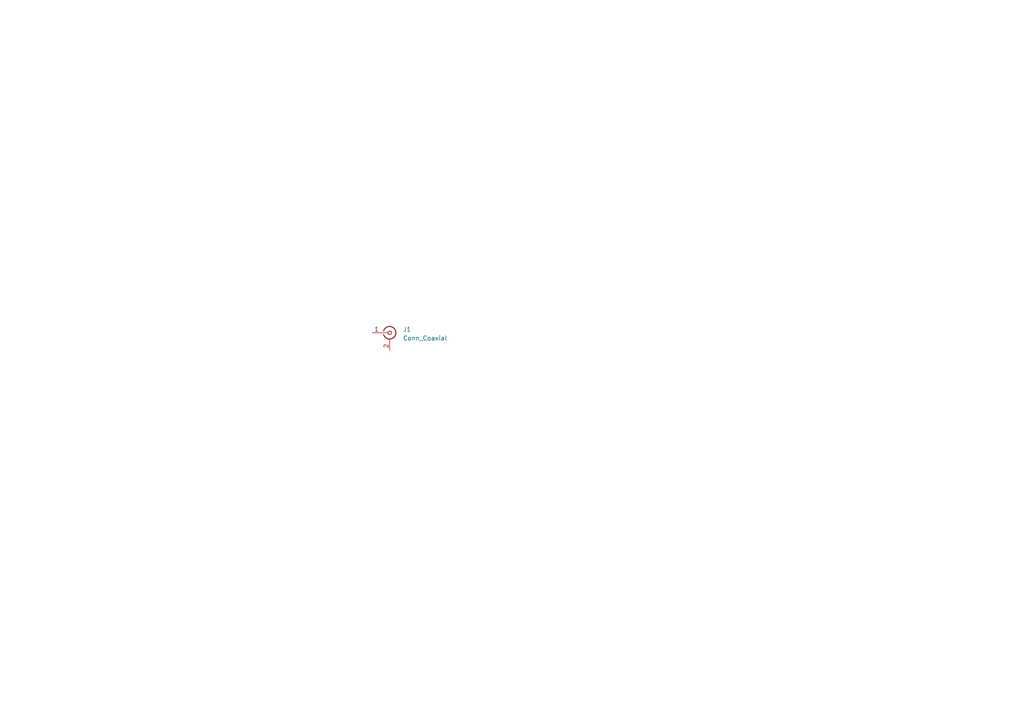
<source format=kicad_sch>
(kicad_sch (version 20231120) (generator "eeschema") (generator_version "8.0")
  (paper "A4")
  (lib_symbols
    (symbol "Connector:Conn_Coaxial" (pin_names (offset 1.016) hide)
      (property "Reference" "J" (at 0.254 3.048 0))
      (property "Value" "Conn_Coaxial" (at 2.921 0 90))
      (symbol "Conn_Coaxial_0_1"
        (arc (start -1.778 -0.508) (mid 0.2311 -1.8066) (end 1.778 0) (stroke (width 0.254)))
        (polyline (pts (xy -2.54 0) (xy -0.508 0)))
        (polyline (pts (xy 0 -2.54) (xy 0 -1.778)))
        (circle (center 0 0) (radius 0.508) (stroke (width 0.2032)))
        (arc (start 1.778 0) (mid 0.2099 1.8101) (end -1.778 0.508) (stroke (width 0.254)))
      )
      (symbol "Conn_Coaxial_1_1"
        (pin passive line (at -5.08 0 0) (length 2.54) (name "In") (number "1"))
        (pin passive line (at 0 -5.08 90) (length 2.54) (name "Ext") (number "2"))
      )
    )
  )
  (symbol (lib_id "Connector:Conn_Coaxial") (at 113.03 96.52 0) (unit 1)
    (property "Reference" "J1" (at 116.84 95.5431 0) (effects (justify left)))
    (property "Value" "Conn_Coaxial" (at 116.84 98.0831 0) (effects (justify left)))
    (property "Description" "coaxial connector (BNC, SMA, SMB, SMC, Cinch/RCA, LEMO, ...)" (effects (hide yes)))
  )
)
</source>
